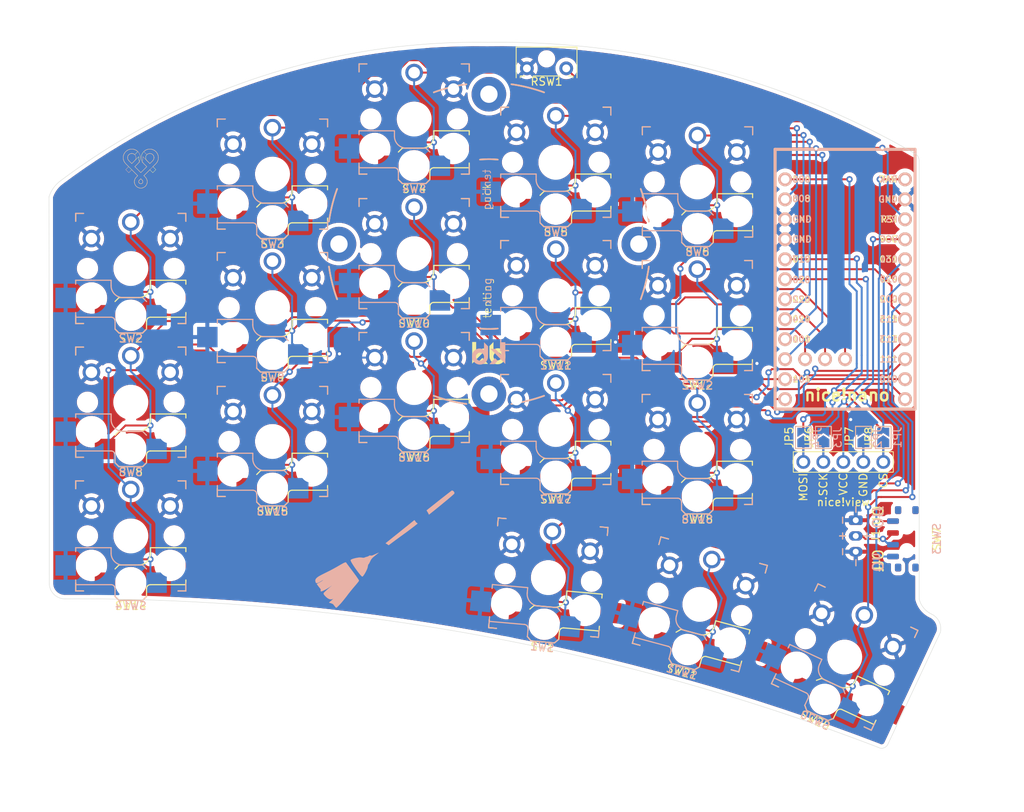
<source format=kicad_pcb>
(kicad_pcb (version 20221018) (generator pcbnew)
  (layers (0 "F.Cu" signal) (31 "B.Cu" signal) (34 "B.Paste" user) (35 "F.Paste" user) (36 "B.SilkS" user "B.Silkscreen") (37 "F.SilkS" user "F.Silkscreen") (38 "B.Mask" user) (39 "F.Mask" user) (44 "Edge.Cuts" user))
  (net 0 "")
  (net 1 "gnd")
  (net 2 "vcc")
  (net 3 "Switch18")
  (net 4 "reset")
  (net 5 "Switch1")
  (net 6 "Switch2")
  (net 7 "Switch3")
  (net 8 "Switch4")
  (net 9 "Switch5")
  (net 10 "Switch6")
  (net 11 "Switch7")
  (net 12 "Switch8")
  (net 13 "Switch9")
  (net 14 "Switch10")
  (net 15 "Switch11")
  (net 16 "Switch12")
  (net 17 "Switch13")
  (net 18 "Switch14")
  (net 19 "Switch15")
  (net 20 "Switch16")
  (net 21 "Switch17")
  (net 22 "raw")
  (net 23 "mosi")
  (net 24 "sck")
  (net 25 "nv_cs")
  (net 26 "Net-(J1-Pad2)")
  (net 29 "Net-(Display1-Pad1)")
  (net 30 "Net-(Display1-Pad2)")
  (net 31 "Net-(Display1-Pad4)")
  (net 32 "Net-(Display1-Pad5)")
  (footprint "Keebio-Parts:SW_Tactile_SPST_Angled_MJTP1117-no-mount" (layer "F.Cu") (at 72.951865 15.867504)
    (fp_text reference "RSW1")
    (fp_text value "SW_Push")
  )
  (footprint "fingerpunch:Kailh_socket_PG1350_optional_reversible_millmax" (layer "F.Cu") (at 22.626865 41.305002 180)
    (fp_text reference "SW2")
    (fp_text value "SW_Push")
  )
  (footprint "fingerpunch:Kailh_socket_PG1350_optional_reversible_millmax" (layer "F.Cu") (at 40.626867 29.305002 180)
    (fp_text reference "SW3")
    (fp_text value "SW_Push")
  )
  (footprint "fingerpunch:Kailh_socket_PG1350_optional_reversible_millmax" (layer "F.Cu") (at 58.626864 22.305002 180)
    (fp_text reference "SW4")
    (fp_text value "SW_Push")
  )
  (footprint "fingerpunch:Kailh_socket_PG1350_optional_reversible_millmax" (layer "F.Cu") (at 76.626865 27.805003 180)
    (fp_text reference "SW5")
    (fp_text value "SW_Push")
  )
  (footprint "fingerpunch:Kailh_socket_PG1350_optional_reversible_millmax" (layer "F.Cu") (at 94.626863 30.305002 180)
    (fp_text reference "SW6")
    (fp_text value "SW_Push")
  )
  (footprint "fingerpunch:Kailh_socket_PG1350_optional_reversible_millmax" (layer "F.Cu") (at 22.626865 58.305002 180)
    (fp_text reference "SW8")
    (fp_text value "SW_Push")
  )
  (footprint "fingerpunch:Kailh_socket_PG1350_optional_reversible_millmax" (layer "F.Cu") (at 40.626867 46.279002 180)
    (fp_text reference "SW9")
    (fp_text value "SW_Push")
  )
  (footprint "fingerpunch:Kailh_socket_PG1350_optional_reversible_millmax" (layer "F.Cu") (at 58.626866 39.421002 180)
    (fp_text reference "SW10")
    (fp_text value "SW_Push")
  )
  (footprint "fingerpunch:Kailh_socket_PG1350_optional_reversible_millmax" (layer "F.Cu") (at 76.626867 44.755005 180)
    (fp_text reference "SW11")
    (fp_text value "SW_Push")
  )
  (footprint "fingerpunch:Kailh_socket_PG1350_optional_reversible_millmax" (layer "F.Cu") (at 94.606865 47.295002 180)
    (fp_text reference "SW12")
    (fp_text value "SW_Push")
  )
  (footprint "fingerpunch:Kailh_socket_PG1350_optional_reversible_millmax" (layer "F.Cu") (at 22.626865 75.304999 180)
    (fp_text reference "SW14")
    (fp_text value "SW_Push")
  )
  (footprint "fingerpunch:Kailh_socket_PG1350_optional_reversible_millmax" (layer "F.Cu") (at 40.626864 63.297001 180)
    (fp_text reference "SW15")
    (fp_text value "SW_Push")
  )
  (footprint "fingerpunch:Kailh_socket_PG1350_optional_reversible_millmax" (layer "F.Cu") (at 58.626863 56.439003 180)
    (fp_text reference "SW16")
    (fp_text value "SW_Push")
  )
  (footprint "fingerpunch:Kailh_socket_PG1350_optional_reversible_millmax" (layer "F.Cu") (at 76.626865 61.773005 180)
    (fp_text reference "SW17")
    (fp_text value "SW_Push")
  )
  (footprint "fingerpunch:Kailh_socket_PG1350_optional_reversible_millmax" (layer "F.Cu") (at 94.600519 64.313002 180)
    (fp_text reference "SW18")
    (fp_text value "SW_Push")
  )
  (footprint "fingerpunch:Kailh_socket_PG1350_optional_reversible_millmax" (layer "F.Cu") (at 113.326867 90.705 155)
    (fp_text reference "SW20")
    (fp_text value "SW_Push")
  )
  (footprint "fingerpunch:Kailh_socket_PG1350_optional_reversible_millmax" (layer "F.Cu") (at 94.926863 84.005003 165)
    (fp_text reference "SW21")
    (fp_text value "SW_Push")
  )
  (footprint "kbd:Tenting_Puck2" (layer "F.Cu") (at 68.126866 38.205003)
    (fp_text reference "REF**")
    (fp_text value "Tenting Puck")
  )
  (footprint "fingerpunch:nice_nano" (layer "F.Cu") (at 113.376864 43.941752 -90)
    (fp_text reference "U1" hide)
    (fp_text value "nice_nano" hide)
  )
  (footprint "fingerpunch:fingerpunch-logo-small" (layer "F.Cu") (at 23.9 28.41)
    (fp_text reference "REF**")
    (fp_text value "fingerpunch-logo-small")
  )
  (footprint "fingerpunch:MSK-12C02" (layer "F.Cu") (at 121.223065 75.682291 -90)
    (fp_text reference "SW7")
    (fp_text value "SW_DPDT")
  )
  (footprint "Jumper:SolderJumper-2_P1.3mm_Open_TrianglePad1.0x1.5mm" (layer "F.Cu") (at 115.71 62.785 90)
    (fp_text reference "JP7")
    (fp_text value "Jumper_2_Open")
  )
  (footprint "Jumper:SolderJumper-2_P1.3mm_Open_TrianglePad1.0x1.5mm" (layer "F.Cu") (at 110.62 62.79 90)
    (fp_text reference "JP6")
    (fp_text value "Jumper_2_Open")
  )
  (footprint "copper_pads:ferris" (layer "F.Cu") (at 54.556363 78.504107 -7)
    (fp_text reference "G***" hide)
    (fp_text value "LOGO" hide)
  )
  (footprint "fingerpunch:Kailh_socket_PG1350_optional_reversible_millmax" (layer "F.Cu") (at 75.676864 80.605 175)
    (fp_text reference "SW1")
    (fp_text value "SW_Push")
  )
  (footprint "fingerpunch:JST_PH_S3B-PH-K-keyboard" (layer "F.Cu") (at 114.733066 73.312291 -90)
    (fp_text reference "J1")
    (fp_text value "JST-BATTERY")
  )
  (footprint "Jumper:SolderJumper-2_P1.3mm_Open_TrianglePad1.0x1.5mm" (layer "F.Cu") (at 108.07 62.79 90)
    (fp_text reference "JP5")
    (fp_text value "Jumper_2_Open")
  )
  (footprint "Jumper:SolderJumper-2_P1.3mm_Open_TrianglePad1.0x1.5mm" (layer "F.Cu") (at 118.23 62.79 90)
    (fp_text reference "JP8")
    (fp_text value "Jumper_2_Open")
  )
  (footprint "fingerpunch:nice_view" (layer "F.Cu") (at 113.153066 49.422292)
    (fp_text reference "Display1")
    (fp_text value "nice!view")
  )
  (footprint "copper_pads:ferris_sweep" (layer "B.Cu") (at 56.02707 76.788282 173)
    (fp_text reference "G***" hide)
    (fp_text value "LOGO" hide)
  )
  (footprint "Jumper:SolderJumper-2_P1.3mm_Open_TrianglePad1.0x1.5mm" (layer "B.Cu") (at 115.71 62.79 90)
    (fp_text reference "JP2")
    (fp_text value "Jumper_2_Open")
  )
  (footprint "Jumper:SolderJumper-2_P1.3mm_Open_TrianglePad1.0x1.5mm" (layer "B.Cu") (at 118.23 62.79 90)
    (fp_text reference "JP1")
    (fp_text value "Jumper_2_Open")
  )
  (footprint "Jumper:SolderJumper-2_P1.3mm_Open_TrianglePad1.0x1.5mm" (layer "B.Cu") (at 108.07 62.79 90)
    (fp_text reference "JP4")
    (fp_text value "Jumper_2_Open")
  )
  (footprint "fingerpunch:MSK-12C02" (layer "B.Cu") (at 121.223066 75.672292 90)
    (fp_text reference "SW13")
    (fp_text value "SW_DPDT")
  )
  (footprint "Jumper:SolderJumper-2_P1.3mm_Open_TrianglePad1.0x1.5mm" (layer "B.Cu") (at 110.62 62.79 90)
    (fp_text reference "JP3")
    (fp_text value "Jumper_2_Open")
  )
  (footprint "fingerpunch:fingerpunch-logo-small" (layer "B.Cu") (at 23.9 28.41 180)
    (fp_text reference "REF**")
    (fp_text value "fingerpunch-logo-small")
  )
  (gr_line (start 12.236918 32.201707) (end 12.277117 81.470026) (stroke (width 0.05)) (layer "Edge.Cuts"))
  (gr_arc (start 122.426865 26.805003) (mid 122.69678 27.166844) (end 122.788866 27.608776) (stroke (width 0.05)) (layer "Edge.Cuts"))
  (gr_arc (start 12.236918 32.201707) (mid 12.793791 31.083887) (end 13.66386 30.188003) (stroke (width 0.05)) (layer "Edge.Cuts"))
  (gr_arc (start 67.926867 12.562511) (mid 96.148266 15.966621) (end 122.426865 26.805003) (stroke (width 0.05)) (layer "Edge.Cuts"))
  (gr_arc (start 14.314865 83.306125) (mid 66.82892 87.930658) (end 117.582657 102.184444) (stroke (width 0.05)) (layer "Edge.Cuts"))
  (gr_arc (start 14.314865 83.306125) (mid 12.927435 82.797108) (end 12.277117 81.470026) (stroke (width 0.05)) (layer "Edge.Cuts"))
  (gr_line (start 122.788866 27.608776) (end 122.788865 83.305002) (stroke (width 0.05)) (layer "Edge.Cuts"))
  (gr_arc (start 13.66386 30.188003) (mid 39.328422 16.859032) (end 67.926867 12.562511) (stroke (width 0.05)) (layer "Edge.Cuts"))
  (gr_arc (start 118.789484 101.850237) (mid 118.256353 102.271132) (end 117.582657 102.184444) (stroke (width 0.05)) (layer "Edge.Cuts"))
  (gr_line (start 125.47988 87.577163) (end 118.789484 101.850237) (stroke (width 0.05)) (layer "Edge.Cuts"))
  (gr_arc (start 124.32988 85.227164) (mid 123.343266 84.439338) (end 122.788865 83.305002) (stroke (width 0.05)) (layer "Edge.Cuts"))
  (gr_arc (start 124.32988 85.227164) (mid 125.328418 86.1949) (end 125.47988 87.577163) (stroke (width 0.05)) (layer "Edge.Cuts"))
  (segment (start 114.09 60.51) (end 112.175 60.51) (width 0.25) (layer "F.Cu") (net 1))
  (segment (start 112.175 60.51) (end 110.62 62.065) (width 0.25) (layer "F.Cu") (net 1))
  (segment (start 102.881865 52.678135) (end 102.881865 51.045002) (width 0.25) (layer "F.Cu") (net 1))
  (segment (start 84.21 50.67) (end 84.21 49.196872) (width 0.25) (layer "F.Cu") (net 1))
  (segment (start 49.14 52.16) (end 49.14 50.267135) (width 0.25) (layer "F.Cu") (net 1))
  (segment (start 102.18 53.38) (end 102.881865 52.678135) (width 0.25) (layer "F.Cu") (net 1))
  (segment (start 84.21 49.196872) (end 84.901867 48.505005) (width 0.25) (layer "F.Cu") (net 1))
  (segment (start 49.14 50.267135) (end 48.901867 50.029002) (width 0.25) (layer "F.Cu") (net 1))
  (via (at 49.14 52.16) (size 0.8) (drill 0.4) (layers "F.Cu" "B.Cu") (net 1))
  (via (at 114.09 60.51) (size 0.8) (drill 0.4) (layers "F.Cu" "B.Cu") (net 1))
  (via (at 102.18 53.38) (size 0.8) (drill 0.4) (layers "F.Cu" "B.Cu") (net 1))
  (via (at 84.21 50.67) (size 0.8) (drill 0.4) (layers "F.Cu" "B.Cu") (net 1))
  (segment (start 102.19 53.37) (end 102.18 53.38) (width 0.25) (layer "B.Cu") (net 1))
  (segment (start 102.19 46.078137) (end 102.19 51.94) (width 0.25) (layer "B.Cu") (net 1))
  (segment (start 115.645 62.065) (end 114.09 60.51) (width 0.25) (layer "B.Cu") (net 1))
  (segment (start 114.397709 73.312291) (end 114.733066 73.312291) (width 0.25) (layer "B.Cu") (net 1))
  (segment (start 49.619003 52.639003) (end 49.14 52.16) (width 0.25) (layer "B.Cu") (net 1))
  (segment (start 115.71 62.065) (end 115.645 62.065) (width 0.25) (layer "B.Cu") (net 1))
  (segment (start 84.585002 51.045002) (end 84.21 50.67) (width 0.25) (layer "B.Cu") (net 1))
  (segment (start 86.331865 51.045002) (end 84.585002 51.045002) (width 0.25) (layer "B.Cu") (net 1))
  (segment (start 99.606865 43.495002) (end 102.19 46.078137) (width 0.25) (layer "B.Cu") (net 1))
  (segment (start 53.626863 52.639003) (end 49.619003 52.639003) (width 0.25) (layer "B.Cu") (net 1))
  (segment (start 114.733066 77.312291) (end 114.042291 77.312291) (width 0.25) (layer "B.Cu") (net 1))
  (segment (start 102.19 51.94) (end 102.19 53.37) (width 0.25) (layer "B.Cu") (net 1))
  (segment (start 116.931752 37.591752) (end 120.996864 37.591752) (width 0.25) (layer "F.Cu") (net 2))
  (via (at 116.931752 37.591752) (size 0.8) (drill 0.4) (layers "F.Cu" "B.Cu") (net 2))
  (segment (start 113.153066 65.902292) (end 113.153066 59.476934) (width 0.25) (layer "B.Cu") (net 2))
  (segment (start 116.931752 55.698248) (end 116.931752 37.591752) (width 0.25) (layer "B.Cu") (net 2))
  (segment (start 113.153066 59.476934) (end 116.931752 55.698248) (width 0.25) (layer "B.Cu") (net 2))
  (segment (start 112.272928 71.062061) (end 106.162929 77.172061) (width 0.25) (layer "F.Cu") (net 3))
  (segment (start 77.953302 73.256924) (end 77.340638 73.77101) (width 0.25) (layer "F.Cu") (net 3))
  (segment (start 71.887733 86.231764) (end 71.920983 85.851706) (width 0.25) (layer "F.Cu") (net 3))
  (segment (start 77.340638 73.77101) (end 77.331842 73.77024) (width 0.25) (layer "F.Cu") (net 3))
  (segment (start 114.262928 71.06206) (end 112.272928 71.062061) (width 0.25) (layer "F.Cu") (net 3))
  (segment (start 106.162929 77.172061) (end 98.602928 77.17206) (width 0.25) (layer "F.Cu") (net 3))
  (segment (start 71.920983 85.851706) (end 74.738996 83.487112) (width 0.25) (layer "F.Cu") (net 3))
  (segment (start 116.092928 69.23206) (end 114.262928 71.06206) (width 0.25) (layer "F.Cu") (net 3))
  (segment (start 98.602928 77.17206) (end 86.918776 74.041301) (width 0.25) (layer "F.Cu") (net 3))
  (segment (start 116.692929 68.63206) (end 116.092928 69.23206) (width 0.25) (layer "F.Cu") (net 3))
  (segment (start 120.082928 68.63206) (end 116.692929 68.63206) (width 0.25) (layer "F.Cu") (net 3))
  (segment (start 77.331842 73.77024) (end 76.191083 74.727451) (width 0.25) (layer "F.Cu") (net 3))
  (segment (start 86.918776 74.041301) (end 77.953302 73.256924) (width 0.25) (layer "F.Cu") (net 3))
  (segment (start 74.738996 83.487112) (end 77.896934 83.763396) (width 0.25) (layer "F.Cu") (net 3))
  (via (at 77.896934 83.763396) (size 0.8) (drill 0.4) (layers "F.Cu" "B.Cu") (net 3))
  (via (at 120.082928 68.63206) (size 0.8) (drill 0.4) (layers "F.Cu" "B.Cu") (net 3))
  (segment (start 120.996864 40.131752) (end 118.29 42.838616) (width 0.25) (layer "B.Cu") (net 3))
  (segment (start 118.29 58.73) (end 120.81 61.25) (width 0.25) (layer "B.Cu") (net 3))
  (segment (start 120.81 67.904988) (end 120.082928 68.63206) (width 0.25) (layer "B.Cu") (net 3))
  (segment (start 76.011275 76.675878) (end 76.183065 74.712292) (width 0.25) (layer "B.Cu") (net 3))
  (segment (start 77.896934 83.763396) (end 78.280419 79.38014) (width 0.25) (layer "B.Cu") (net 3))
  (segment (start 118.29 42.838616) (end 118.29 58.73) (width 0.25) (layer "B.Cu") (net 3))
  (segment (start 78.280419 79.38014) (end 76.011275 76.675878) (width 0.25) (layer "B.Cu") (net 3))
  (segment (start 120.81 61.25) (end 120.81 67.904988) (width 0.25) (layer "B.Cu") (net 3))
  (segment (start 78.412808 86.802634) (end 78.466314 86.191057) (width 0.25) (layer "B.Cu") (net 3))
  (segment (start 78.466314 86.191057) (end 77.758356 85.347347) (width 0.25) (layer "B.Cu") (net 3))
  (segment (start 77.758356 85.347347) (end 77.896934 83.763396) (width 0.25) (layer "B.Cu") (net 3))
  (segment (start 77.951864 15.867505) (end 80.84642 18.76206) (width 0.25) (layer "F.Cu") (net 4))
  (segment (start 118.113067 25.972291) (end 111.173159 25.972291) (width 0.25) (layer "F.Cu") (net 4))
  (segment (start 104.122928 22.59206) (end 100.292929 18.76206) (width 0.25) (layer "F.Cu") (net 4))
  (segment (start 111.173159 25.972291) (end 107.792928 22.59206) (width 0.25) (layer "F.Cu") (net 4))
  (segment (start 107.792928 22.59206) (end 104.122928 22.59206) (width 0.25) (layer "F.Cu") (net 4))
  (segment (start 80.84642 18.76206) (end 100.292929 18.76206) (width 0.25) (layer "F.Cu") (net 4))
  (via (at 118.113067 25.972291) (size 0.8) (drill 0.4) (layers "F.Cu" "B.Cu") (net 4))
  (segment (start 120.996864 35.051752) (end 118.8 32.854888) (width 0.25) (layer "B.Cu") (net 4))
  (segment (start 118.8 26.659224) (end 118.113067 25.972291) (width 0.25) (layer "B.Cu") (net 4))
  (segment (start 118.8 32.854888) (end 118.8 26.659224) (width 0.25) (layer "B.Cu") (net 4))
  (segment (start 59.642928 14.02206) (end 57.642929 14.02206) (width 0.25) (layer "F.Cu") (net 5))
  (segment (start 78.222929 18.60206) (end 73.352929 18.60206) (width 0.25) (layer "F.Cu") (net 5))
  (segment (start 79.172928 19.552061) (end 78.222929 18.60206) (width 0.25) (layer "F.Cu") (net 5))
  (segment (start 69.642928 14.89206) (end 60.512927 14.89206) (width 0.25) (layer "F.Cu") (net 5))
  (segment (start 57.642929 14.02206) (end 55.562929 16.10206) (width 0.25) (layer "F.Cu") (net 5))
  (segment (start 21.949267 44.27958) (end 25.119267 44.27958) (width 0.25) (layer "F.Cu") (net 5))
  (segment (start 73.352929 18.60206) (end 69.642928 14.89206) (width 0.25) (layer "F.Cu") (net 5))
  (segment (start 99.762929 19.552061) (end 79.172928 19.552061) (width 0.25) (layer "F.Cu") (net 5))
  (segment (start 60.512927 14.89206) (end 59.642928 14.02206) (width 0.25) (layer "F.Cu") (net 5))
  (segment (start 52.552928 16.102061) (end 46.852928 21.80206) (width 0.25) (layer "F.Cu") (net 5))
  (segment (start 103.692929 23.482059) (end 99.762929 19.552061) (width 0.25) (layer "F.Cu") (net 5))
  (segment (start 107.252928 23.48206) (end 103.692929 23.482059) (width 0.25) (layer "F.Cu") (net 5))
  (segment (start 55.562929 16.10206) (end 52.552928 16.102061) (width 0.25) (layer "F.Cu") (net 5))
  (segment (start 33.069808 24.96206) (end 22.626866 35.405002) (width 0.25) (layer "F.Cu") (net 5))
  (segment (start 33.812929 24.96206) (end 33.069808 24.96206) (width 0.25) (layer "F.Cu") (net 5))
  (segment (start 46.852928 21.80206) (end 36.972928 21.80206) (width 0.25) (layer "F.Cu") (net 5))
  (segment (start 19.348066 47.262291) (end 19.348067 46.880784) (width 0.25) (layer "F.Cu") (net 5))
  (segment (start 19.348067 46.880784) (end 21.949267 44.27958) (width 0.25) (layer "F.Cu") (net 5))
  (segment (start 36.972928 21.80206) (end 33.812929 24.96206) (width 0.25) (layer "F.Cu") (net 5))
  (via (at 107.252928 23.48206) (size 0.8) (drill 0.4) (layers "F.Cu" "B.Cu") (net 5))
  (via (at 25.119267 44.27958) (size 0.8) (drill 0.4) (layers "F.Cu" "B.Cu") (net 5))
  (segment (start 25.898064 46.648378) (end 25.119268 45.869581) (width 0.25) (layer "B.Cu") (net 5))
  (segment (start 25.898067 47.26229) (end 25.898064 46.648378) (width 0.25) (layer "B.Cu") (net 5))
  (segment (start 22.623066 37.38338) (end 22.623065 35.412291) (width 0.25) (layer "B.Cu") (net 5))
  (segment (start 107.252928 31.015688) (end 107.252928 30.877072) (width 0.25) (layer "B.Cu") (net 5))
  (segment (start 25.119269 39.879581) (end 22.623066 37.38338) (width 0.25) (layer "B.Cu") (net 5))
  (segment (start 25.119268 45.869581) (end 25.119267 44.27958) (width 0.25) (layer "B.Cu") (net 5))
  (segment (start 105.756864 32.511752) (end 107.252928 31.015688) (width 0.25) (layer "B.Cu") (net 5))
  (segment (start 25.119267 44.27958) (end 25.119269 39.879581) (width 0.25) (layer "B.Cu") (net 5))
  (segment (start 107.252928 30.877072) (end 107.252928 23.48206) (width 0.25) (layer "B.Cu") (net 5))
  (segment (start 55.952928 16.81206) (end 53.102929 16.81206) (width 0.25) (layer "F.Cu") (net 6))
  (segment (start 77.762928 19.38206) (end 73.252929 19.38206) (width 0.25) (layer "F.Cu") (net 6))
  (segment (start 53.102929 16.81206) (end 46.509986 23.405001) (width 0.25) (layer "F.Cu") (net 6))
  (segment (start 59.282928 14.832061) (end 57.932929 14.83206) (width 0.25) (layer "F.Cu") (net 6))
  (segment (start 57.932929 14.83206) (end 55.952928 16.81206) (width 0.25) (layer "F.Cu") (net 6))
  (segment (start 37.348067 35.252291) (end 37.348067 34.870783) (width 0.25) (layer "F.Cu") (net 6))
  (segment (start 37.348067 34.870783) (end 39.949267 32.269579) (width 0.25) (layer "F.Cu") (net 6))
  (segment (start 103.322928 24.36206) (end 99.242928 20.282059) (width 0.25) (layer "F.Cu") (net 6))
  (segment (start 69.562928 15.69206) (end 60.142928 15.692059) (width 0.25) (layer "F.Cu") (net 6))
  (segment (start 73.252929 19.38206) (end 69.562928 15.69206) (width 0.25) (layer "F.Cu") (net 6))
  (segment (start 99.242928 20.282059) (end 78.662928 20.28206) (width 0.25) (layer "F.Cu") (net 6))
  (segment (start 78.662928 20.28206) (end 77.762928 19.38206) (width 0.25) (layer "F.Cu") (net 6))
  (segment (start 46.509986 23.405001) (end 40.626867 23.405003) (width 0.25) (layer "F.Cu") (net 6))
  (segment (start 108.092929 24.36206) (end 103.322928 24.36206) (width 0.25) (layer "F.Cu") (net 6))
  (segment (start 60.142928 15.692059) (end 59.282928 14.832061) (width 0.25) (layer "F.Cu") (net 6))
  (segment (start 39.949267 32.269579) (end 43.119268 32.269579) (width 0.25) (layer "F.Cu") (net 6))
  (via (at 43.119268 32.269579) (size 0.8) (drill 0.4) (layers "F.Cu" "B.Cu") (net 6))
  (via (at 108.092929 24.36206) (size 0.8) (drill 0.4) (layers "F.Cu" "B.Cu") (net 6))
  (segment (start 43.898065 35.25229) (end 43.898067 34.638379) (width 0.25) (layer "B.Cu") (net 6))
  (segment (start 43.898067 34.638379) (end 43.119269 33.859582) (width 0.25) (layer "B.Cu") (net 6))
  (segment (start 43.119268 32.269579) (end 43.119269 27.869581) (width 0.25) (layer "B.Cu") (net 6))
  (segment (start 105.756864 45.211752) (end 108.092928 42.875688) (width 0.25) (layer "B.Cu") (net 6))
  (segment (start 43.119269 27.869581) (end 40.623065 25.37338) (width 0.25) (layer "B.Cu") (net 6))
  (segment (start 40.623065 25.37338) (end 40.623066 23.402292) (width 0.25) (layer "B.Cu") (net 6))
  (segment (start 43.119269 33.859582) (end 43.119268 32.269579) (width 0.25) (layer "B.Cu") (net 6))
  (segment (start 108.092928 42.875688) (end 108.092929 24.36206) (width 0.25) (layer "B.Cu") (net 6))
  (segment (start 102.982929 25.20206) (end 98.862929 21.08206) (width 0.25) (layer "F.Cu") (net 7))
  (segment (start 77.272928 20.22206) (end 73.252928 20.22206) (width 0.25) (layer "F.Cu") (net 7))
  (segment (start 55.351864 28.255002) (end 55.351864 27.873493) (width 0.25) (layer "F.Cu") (net 7))
  (segment (start 108.882928 25.202061) (end 102.982929 25.20206) (width 0.25) (layer "F.Cu") (net 7))
  (segment (start 69.43587 16.405002) (end 58.626865 16.405003) (width 0.25) (layer "F.Cu") (net 7))
  (segment (start 57.953067 25.272291) (end 61.123066 25.272293) (width 0.25) (layer "F.Cu") (net 7))
  (segment (start 55.351864 27.873493) (end 57.953067 25.272291) (width 0.25) (layer "F.Cu") (net 7))
  (segment (start 73.252928 20.22206) (end 69.43587 16.405002) (width 0.25) (layer "F.Cu") (net 7))
  (segment (start 78.132928 21.08206) (end 77.272928 20.22206) (width 0.25) (layer "F.Cu") (net 7))
  (segment (start 98.862929 21.08206) (end 78.132928 21.08206) (width 0.25) (layer "F.Cu") (net 7))
  (via (at 61.123066 25.272293) (size 0.8) (drill 0.4) (layers "F.Cu" "B.Cu") (net 7))
  (via (at 108.882928 25.202061) (size 0.8) (drill 0.4) (layers "F.Cu" "B.Cu") (net 7))
  (segment (start 61.901864 27.641087) (end 61.123066 26.862292) (width 0.25) (layer "B.Cu") (net 7))
  (segment (start 61.123067 20.872291) (end 58.626864 18.37609) (width 0.25) (layer "B.Cu") (net 7))
  (segment (start 61.901865 28.255002) (end 61.901864 27.641087) (width 0.25) (layer "B.Cu") (net 7))
  (segment (start 105.756864 47.751753) (end 108.882928 44.625689) (width 0.25) (layer "B.Cu") (net 7))
  (segment (start 61.123066 25.272293) (end 61.123067 20.872291) (width 0.25) (layer "B.Cu") (net 7))
  (segment (start 61.123066 26.862292) (end 61.123066 25.272293) (width 0.25) (layer "B.Cu") (net 7))
  (segment (start 58.626864 18.37609) (end 58.626864 16.405002) (width 0.25) (layer "B.Cu") (net 7))
  (segment (start 108.882928 44.625689) (end 108.882928 25.202061) (width 0.25) (layer "B.Cu") (net 7))
  (segment (start 98.525871 21.905003) (end 76.626865 21.905003) (width 0.25) (layer "F.Cu") (net 8))
  (segment (start 75.948278 30.768057) (end 79.118278 30.768056) (width 0.25) (layer "F.Cu") (net 8))
  (segment (start 73.347077 33.369259) (end 75.948278 30.768057) (width 0.25) (layer "F.Cu") (net 8))
  (segment (start 102.662928 26.042061) (end 98.525871 21.905003) (width 0.25) (layer "F.Cu") (net 8))
  (segment (start 73.347077 33.75077) (end 73.347077 33.369259) (width 0.25) (layer "F.Cu") (net 8))
  (segment (start 109.692929 26.04206) (end 102.662928 26.042061) (width 0.25) (layer "F.Cu") (net 8))
  (via (at 79.118278 30.768056) (size 0.8) (drill 0.4) (layers "F.Cu" "B.Cu") (net 8))
  (via (at 109.692929 26.04206) (size 0.8) (drill 0.4) (layers "F.Cu" "B.Cu") (net 8))
  (segment (start 79.118279 26.368057) (end 76.622078 23.871856) (width 0.25) (layer "B.Cu") (net 8))
  (segment (start 109.692928 46.355688) (end 109.692929 26.04206) (width 0.25) (layer "B.Cu") (net 8))
  (segment (start 105.756864 50.291752) (end 109.692928 46.355688) (width 0.25) (layer "B.Cu") (net 8))
  (segment (start 79.897077 33.750768) (end 79.897076 33.136856) (width 0.25) (layer "B.Cu") (net 8))
  (segment (start 79.897076 33.136856) (end 79.118279 32.358056) (width 0.25) (layer "B.Cu") (net 8))
  (segment (start 79.118278 30.768056) (end 79.118279 26.368057) (width 0.25) (layer "B.Cu") (net 8))
  (segment (start 79.118279 32.358056) (end 79.118278 30.768056) (width 0.25) (layer "B.Cu") (net 8))
  (segment (start 76.622078 23.871856) (end 76.622078 21.900768) (width 0.25) (layer "B.Cu") (net 8))
  (segment (start 91.347215 36.25142) (end 91.347215 35.869911) (width 0.25) (layer "F.Cu") (net 9))
  (segment (start 99.96587 24.405002) (end 94.626864 24.405002) (width 0.25) (layer "F.Cu") (net 9))
  (segment (start 102.442928 26.882061) (end 99.96587 24.405002) (width 0.25) (layer "F.Cu") (net 9))
  (segment (start 110.482928 26.88206) (end 102.442928 26.882061) (width 0.25) (layer "F.Cu") (net 9))
  (segment (start 93.948416 33.268708) (end 97.118416 33.268709) (width 0.25) (layer "F.Cu") (net 9))
  (segment (start 91.347215 35.869911) (end 93.948416 33.268708) (width 0.25) (layer "F.Cu") (net 9))
  (via (at 97.118416 33.268709) (size 0.8) (drill 0.4) (layers "F.Cu" "B.Cu") (net 9))
  (via (at 110.482928 26.88206) (size 0.8) (drill 0.4) (layers "F.Cu" "B.Cu") (net 9))
  (segment (start 97.118416 33.268709) (end 97.118418 28.868709) (width 0.25) (layer "B.Cu") (net 9))
  (segment (start 97.897216 35.637507) (end 97.118417 34.85871) (width 0.25) (layer "B.Cu") (net 9))
  (segment (start 97.897215 36.251421) (end 97.897216 35.637507) (width 0.25) (layer "B.Cu") (net 9))
  (segment (start 94.622215 26.372507) (end 94.622215 24.40142) (width 0.25) (layer "B.Cu") (net 9))
  (segment (start 97.118417 34.85871) (end 97.118416 33.268709) (width 0.25) (layer "B.Cu") (net 9))
  (segment (start 97.118418 28.868709) (end 94.622215 26.372507) (width 0.25) (layer "B.Cu") (net 9))
  (segment (start 105.756864 52.831753) (end 110.482929 48.105688) (width 0.25) (layer "B.Cu") (net 9))
  (segment (start 110.482929 48.105688) (end 110.482928 26.88206) (width 0.25) (layer "B.Cu") (net 9))
  (segment (start 42.032928 48.56206) (end 37.722928 48.56206) (width 0.25) (layer "F.Cu") (net 10))
  (segment (start 37.152929 47.99206) (end 27.122928 47.992061) (width 0.25) (layer "F.Cu") (net 10))
  (segment (start 19.348066 63.870783) (end 21.949268 61.26958) (width 0.25) (layer "F.Cu") (net 10))
  (segment (start 37.722928 48.56206) (end 37.152929 47.99206) (width 0.25) (layer "F.Cu") (net 10))
  (segment (start 105.756865 55.371752) (end 89.582621 55.371752) (width 0.25) (layer "F.Cu") (net 10))
  (segment (start 71.642929 52.652061) (end 66.302928 47.31206) (width 0.25) (layer "F.Cu") (net 10))
  (segment (start 19.348066 64.252291) (end 19.348066 63.870783) (width 0.25) (layer "F.Cu") (net 10))
  (segment (start 86.862928 52.65206) (end 71.642929 52.652061) (width 0.25) (layer "F.Cu") (net 10))
  (segment (start 47.270566 47.504423) (end 45.445291 47.504424) (width 0.25) (layer "F.Cu") (net 10))
  (segment (start 66.302928 47.31206) (end 47.462928 47.31206) (width 0.25) (layer "F.Cu") (net 10))
  (segment (start 22.709986 52.405002) (end 22.626865 52.405002) (width 0.25) (layer "F.Cu") (net 10))
  (segment (start 45.442928 47.50206) (end 43.092928 47.502061) (width 0.25) (layer "F.Cu") (net 10))
  (segment (start 21.949268 61.26958) (end 25.119269 61.26958) (width 0.25) (layer "F.Cu") (net 10))
  (segment (start 45.445291 47.504424) (end 45.442928 47.50206) (width 0.25) (layer "F.Cu") (net 10))
  (segment (start 43.092928 47.502061) (end 42.032928 48.56206) (width 0.25) (layer "F.Cu") (net 10))
  (segment (start 89.582621 55.371752) (end 86.862928 52.65206) (width 0.25) (layer "F.Cu") (net 10))
  (segment (start 47.462928 47.31206) (end 47.270566 47.504423) (width 0.25) (layer "F.Cu") (net 10))
  (segment (start 27.122928 47.992061) (end 22.709986 52.405002) (width 0.25) (layer "F.Cu") (net 10))
  (via (at 25.119269 61.26958) (size 0.8) (drill 0.4) (layers "F.Cu" "B.Cu") (net 10))
  (segment (start 22.623067 54.373378) (end 22.623066 52.402292) (width 0.25) (layer "B.Cu") (net 10))
  (segment (start 25.119269 62.859579) (end 25.119269 61.26958) (width 0.25) (layer "B.Cu") (net 10))
  (segment (start 25.898066 63.638379) (end 25.119269 62.859579) (width 0.25) (layer "B.Cu") (net 10))
  (segment (start 25.898065 64.25229) (end 25.898066 63.638379) (width 0.25) (layer "B.Cu") (net 10))
  (segment (start 25.119269 61.26958) (end 25.119268 56.869581) (width 0.25) (layer "B.Cu") (net 10))
  (segment (start 25.119268 56.869581) (end 22.623067 54.373378) (width 0.25) (layer "B.Cu") (net 10))
  (segment (start 44.215362 48.14206) (end 43.118851 49.23857) (width 0.25) (layer "F.Cu") (net 11))
  (segment (start 53.102928 48.69206) (end 52.622929 49.17206) (width 0.25) (layer "F.Cu") (net 11))
  (segment (start 37.34765 51.839773) (end 39.948851 49.238571) (width 0.25) (layer "F.Cu") (net 11))
  (segment (start 47.692929 47.93206) (end 47.482928 48.142061) (width 0.25) (layer "F.Cu") (net 11))
  (segment (start 50.302929 47.93206) (end 47.692929 47.93206) (width 0.25) (layer "F.Cu") (net 11))
  (segment (start 103.77262 57.911752) (end 102.422928 56.56206) (width 0.25) (layer "F.Cu") (net 11))
  (segment (start 51.542929 49.172061) (end 50.302929 47.93206) (width 0.25) (layer "F.Cu") (net 11))
  (segment (start 39.948851 49.238571) (end 43.118851 49.23857) (width 0.25) (layer "F.Cu") (net 11))
  (segment (start 47.482928 48.142061) (end 44.215362 48.14206) (width 0.25) (layer "F.Cu") (net 11))
  (segment (start 52.622929 49.17206) (end 51.542929 49.172061) (width 0.25) (layer "F.Cu") (net 11))
  (segment (start 102.422928 56.56206) (end 89.002929 56.56206) (width 0.25) (layer "F.Cu") (net 11))
  (segment (start 86.392928 53.952061) (end 70.942928 53.95206) (width 0.25) (layer "F.Cu") (net 11))
  (segment (start 65.682929 48.69206) (end 53.102928 48.69206) (width 0.25) (layer "F.Cu") (net 11))
  (segment (start 89.002929 56.56206) (end 86.392928 53.952061) (width 0.25) (layer "F.Cu") (net 11))
  (segment (start 70.942928 53.95206) (end 65.682929 48.69206) (width 0.25) (layer "F.Cu") (net 11))
  (segment (start 37.347651 52.221282) (end 37.34765 51.839773) (width 0.25) (layer "F.Cu") (net 11))
  (segment (start 105.756864 57.911752) (end 103.77262 57.911752) (width 0.25) (layer "F.Cu") (net 11))
  (via (at 43.118851 49.23857) (size 0.8) (drill 0.4) (layers "F.Cu" "B.Cu") (net 11))
  (segment (start 43.897649 51.60737) (end 43.118851 50.828571) (width 0.25) (layer "B.Cu") (net 11))
  (segment (start 43.118852 44.838571) (end 40.62265 42.34237) (width 0.25) (layer "B.Cu") (net 11))
  (segment (start 40.62265 42.34237) (end 40.62265 40.371282) (width 0.25) (layer "B.Cu") (net 11))
  (segment (start 43.118851 49.23857) (end 43.118852 44.838571) (width 0.25) (layer "B.Cu") (net 11))
  (segment (start 43.89765 52.221283) (end 43.897649 51.60737) (width 0.25) (layer "B.Cu") (net 11))
  (segment (start 43.118851 50.828571) (end 43.118851 49.23857) (width 0.25) (layer "B.Cu") (net 11))
  (segment (start 74.412928 47.00206) (end 73.692929 46.28206) (width 0.25) (layer "F.Cu") (net 12))
  (segment (start 96.232928 49.56206) (end 91.612929 49.56206) (width 0.25) (layer "F.Cu") (net 12))
  (segment (start 108.296864 52.831751) (end 108.296864 50.405997) (width 0.25) (layer "F.Cu") (net 12))
  (segment (start 88.652929 48.90206) (end 86.142929 46.39206) (width 0.25) (layer "F.Cu") (net 12))
  (segment (start 91.612929 49.56206) (end 90.952928 48.90206) (width 0.25) (layer "F.Cu") (net 12))
  (segment (start 90.952928 48.90206) (end 88.652929 48.90206) (width 0.25) (layer "F.Cu") (net 12))
  (segment (start 78.152929 47.00206) (end 74.412928 47.00206) (width 0.25) (layer "F.Cu") (net 12))
  (segment (start 73.692929 46.28206) (end 63.512929 46.28206) (width 0.25) (layer "F.Cu") (net 12))
  (segment (start 63.512929 46.28206) (end 61.119267 43.888399) (width 0.25) (layer "F.Cu") (net 12))
  (segment (start 55.348066 44.990782) (end 57.949268 42.38958) (width 0.25) (layer "F.Cu") (net 12))
  (segment (start 108.296864 50.405997) (end 106.902929 49.01206) (width 0.25) (layer "F.Cu") (net 12))
  (segment (start 55.348065 45.372292) (end 55.348066 44.990782) (width 0.25) (layer "F.Cu") (net 12))
  (segment (start 61.119267 43.888399) (end 61.119268 42.38958) (width 0.25) (layer "F.Cu") (net 12))
  (segment (start 78.762928 46.39206) (end 78.152929 47.00206) (width 0.25) (layer "F.Cu") (net 12))
  (segment (start 106.902929 49.01206) (end 96.782929 49.01206) (width 0.25) (layer "F.Cu") (net 12))
  (segment (start 57.949268 42.38958) (end 61.119268 42.38958) (width 0.25) (layer "F.Cu") (net 12))
  (segment (start 96.782929 49.01206) (end 96.232928 49.56206) (width 0.25) (layer "F.Cu") (net 12))
  (segment (start 86.142929 46.39206) (end 78.762928 46.39206) (width 0.25) (layer "F.Cu") (net 12))
  (via (at 61.119268 42.38958) (size 0.8) (drill 0.4) (layers "F.Cu" "B.Cu") (net 12))
  (segment (start 61.898065 44.758379) (end 61.119267 43.97958) (width 0.25) (layer "B.Cu") (net 12))
  (segment (start 58.623066 35.493378) (end 58.623066 33.522291) (width 0.25) (layer "B.Cu") (net 12))
  (segment (start 61.119268 42.38958) (end 61.119268 37.98958) (width 0.25) (layer "B.Cu") (net 12))
  (segment (start 61.119268 37.98958) (end 58.623066 35.493378) (width 0.25) (layer "B.Cu") (net 12))
  (segment (start 61.898067 45.372292) (end 61.898065 44.758379) (width 0.25) (layer "B.Cu") (net 12))
  (segment (start 61.119267 43.97958) (end 61.119268 42.38958) (width 0.25) (layer "B.Cu") (net 12))
  (segment (start 96.012928 44.98206) (end 93.052929 44.98206) (width 0.25) (layer "F.Cu") (net 13))
  (segment (start 93.052929 44.98206) (end 92.212928 45.82206) (width 0.25) (layer "F.Cu") (net 13))
  (segment (start 83.272928 43.29206) (end 81.382928 43.292061) (width 0.25) (layer "F.Cu") (net 13))
  (segment (start 80.309255 44.365734) (end 79.119254 44.365734) (width 0.25) (layer "F.Cu") (net 13))
  (segment (start 101.832929 45.87206) (end 96.902927 45.872061) (width 0.25) (layer "F.Cu") (net 13))
  (segment (start 73.348052 50.702283) (end 73.348052 50.320775) (width 0.25) (layer "F.Cu") (net 13))
  (segment (start 96.902927 45.872061) (end 96.012928 44.98206) (width 0.25) (layer "F.Cu") (net 13))
  (segment (start 102.452928 46.49206) (end 101.832929 45.87206) (width 0.25) (layer "F.Cu") (net 13))
  (segment (start 81.382928 43.292061) (end 80.309255 44.365734) (width 0.25) (layer "F.Cu") (net 13))
  (segment (start 75.949253 47.719573) (end 79.119254 47.719574) (width 0.25) (layer "F.Cu") (net 13))
  (segment (start 110.836864 52.831752) (end 110.836864 50.035996) (width 0.25) (layer "F.Cu") (net 13))
  (segment (start 92.212928 45.82206) (end 85.802928 45.822061) (width 0.25) (layer "F.Cu") (net 13))
  (segment (start 107.292928 46.49206) (end 102.452928 46.49206) (width 0.25) (layer "F.Cu") (net 13))
  (segment (start 73.348052 50.320775) (end 75.949253 47.719573) (width 0.25) (layer "F.Cu") (net 13))
  (segment (start 110.836864 50.035996) (end 107.292928 46.49206) (width 0.25) (layer "F.Cu") (net 13))
  (segment (start 85.802928 45.822061) (end 83.272928 43.29206) (width 0.25) (layer "F.Cu") (net 13))
  (via (at 79.119254 44.365734) (size 0.8) (drill 0.4) (layers "F.Cu" "B.Cu") (net 13))
  (via (at 79.119254 47.719574) (size 0.8) (drill 0.4) (layers "F.Cu" "B.Cu") (net 13))
  (segment (start 76.623051 40.82337) (end 76.623052 38.852285) (width 0.25) (layer "B.Cu") (net 13))
  (segment (start 79.898052 50.088371) (end 79.119253 49.309573) (width 0.25) (layer "B.Cu") (net 13))
  (segment (start 79.119254 47.719574) (end 79.119254 44.365734) (width 0.25) (layer "B.Cu") (net 13))
  (segment (start 79.898053 50.702286) (end 79.898052 50.088371) (width 0.25) (layer "B.Cu") (net 13))
  (segment (start 79.119253 49.309573) (end 79.119254 47.719574) (width 0.25) (layer "B.Cu") (net 13))
  (segment (start 79.119254 44.365734) (end 79.119254 43.319573) (width 0.25) (layer "B.Cu") (net 13))
  (segment (start 79.119254 43.319573) (end 76.623051 40.82337) (width 0.25) (layer "B.Cu") (net 13))
  (segment (start 107.612928 43.93206) (end 103.002928 43.93206) (width 0.25) (layer "F.Cu") (net 14))
  (segment (start 113.376864 52.831752) (end 113.376864 49.695996) (width 0.25) (layer "F.Cu") (net 14))
  (segment (start 91.326329 52.859245) (end 93.92753 50.258046) (width 0.25) (layer "F.Cu") (net 14))
  (segment (start 91.326329 53.240755) (end 91.326329 52.859245) (width 0.25) (layer "F.Cu") (net 14))
  (segment (start 113.376864 49.695996) (end 107.612928 43.93206) (width 0.25) (layer "F.Cu") (net 14))
  (segment (start 103.002928 43.93206) (end 100.46587 41.395003) (width 0.25) (layer "F.Cu") (net 14))
  (segment (start 100.46587 41.395003) (end 94.606866 41.395003) (width 0.25) (layer "F.Cu") (net 14))
  (segment (start 93.92753 50.258046) (end 97.097529 50.258044) (width 0.25) (layer "F.Cu") (net 14))
  (via (at 97.097529 50.258044) (size 0.8) (drill 0.4) (layers "F.Cu" "B.Cu") (net 14))
  (segment (start 97.09753 45.858046) (end 94.601327 43.361842) (width 0.25) (layer "B.Cu") (net 14))
  (segment (start 97.097529 50.258044) (end 97.09753 45.858046) (width 0.25) (layer "B.Cu") (net 14))
  (segment (start 97.876328 53.240755) (end 97.876328 52.626842) (width 0.25) (layer "B.Cu") (net 14))
  (segment (start 97.097531 51.848044) (end 97.097529 50.258044) (width 0.25) (layer "B.Cu") (net 14))
  (segment (start 94.601327 43.361842) (end 94.601328 41.390754) (width 0.25) (layer "B.Cu") (net 14))
  (segment (start 97.876328 52.626842) (end 97.097531 51.848044) (width 0.25) (layer "B.Cu") (net 14))
  (segment (start 108.26 55.98) (end 119.065111 55.98) (width 0.25) (layer "F.Cu") (net 15))
  (segment (start 52.072928 48.17206) (end 52.242928 48.002059) (width 0.25) (layer "F.Cu") (net 15))
  (segment (start 43.852929 52.162061) (end 42.492929 53.52206) (width 0.25) (layer "F.Cu") (net 15))
  (segment (start 19.348066 80.880782) (end 21.949269 78.27958) (width 0.25) (layer "F.Cu") (net 15))
  (segment (start 103.602928 56.64206) (end 107.59794 56.64206) (width 0.25) (layer "F.Cu") (net 15))
  (segment (start 107.59794 56.64206) (end 108.26 55.98) (width 0.25) (layer "F.Cu") (net 15))
  (segment (start 42.492929 53.52206) (end 41.682928 54.33206) (width 0.25) (layer "F.Cu") (net 15))
  (segment (start 32.332929 50.97206) (end 28.142929 50.97206) (width 0.25) (layer "F.Cu") (net 15))
  (segment (start 86.592928 53.29206) (end 89.262929 55.96206) (width 0.25) (layer "F.Cu") (net 15))
  (segment (start 52.242928 48.002059) (end 54.292928 48.00206) (width 0.25) (layer "F.Cu") (net 15))
  (segment (start 23.312928 54.23206) (end 19.802928 54.23206) (width 0.25) (layer "F.Cu") (net 15))
  (segment (start 54.292928 48.00206) (end 65.982928 48.00206) (width 0.25) (layer "F.Cu") (net 15))
  (segment (start 28.142929 50.97206) (end 26.572928 50.97206) (width 0.25) (layer "F.Cu") (net 15))
  (segment (start 119.065111 55.98) (end 120.996864 57.911752) (width 0.25) (layer "F.Cu") (net 15))
  (segment (start 34.612928 53.25206) (end 32.332929 50.97206) (width 0.25) (layer "F.Cu") (net 15))
  (segment (start 102.922928 55.962061) (end 103.602928 56.64206) (width 0.25) (layer "F.Cu") (net 15))
  (segment (start 41.682928 54.33206) (end 38.072928 54.33206) (width 0.25) (layer "F.Cu") (net 15))
  (segment (start 65.982928 48.00206) (end 71.272929 53.29206) (width 0.25) (layer "F.Cu") (net 15))
  (segment (start 71.272929 53.29206) (end 86.592928 53.29206) (width 0.25) (layer "F.Cu") (net 15))
  (segment (start 38.072928 54.33206) (end 35.692928 54.33206) (width 0.25) (layer "F.Cu") (net 15))
  (segment (start 26.572928 50.97206) (end 24.042929 53.50206) (width 0.25) (layer "F.Cu") (net 15))
  (segment (start 47.782928 52.162061) (end 43.852929 52.162061) (width 0.25) (layer "F.Cu") (net 15))
  (segment (start 35.692928 54.33206) (end 34.612928 53.25206) (width 0.25) (layer "F.Cu") (net 15))
  (segment (start 24.042929 53.50206) (end 23.312928 54.23206) (width 0.25) (layer "F.Cu") (net 15))
  (segment (start 19.348065 81.26229) (end 19.348066 80.880782) (width 0.25) (layer "F.Cu") (net 15))
  (segment (start 89.262929 55.96206) (end 102.922928 55.962061) (width 0.25) (layer "F.Cu") (net 15))
  (segment (start 21.949269 78.27958) (end 25.119268 78.279582) (width 0.25) (layer "F.Cu") (net 15))
  (via (at 25.119268 78.279582) (size 0.8) (drill 0.4) (layers "F.Cu" "B.Cu") (net 15))
  (via (at 19.802928 54.23206) (size 0.8) (drill 0.4) (layers "F.Cu" "B.Cu") (net 15))
  (via (at 52.072928 48.17206) (size 0.8) (drill 0.4) (layers "F.Cu" "B.Cu") (net 15))
  (via (at 47.782928 52.162061) (size 0.8) (drill 0.4) (layers "F.Cu" "B.Cu") (net 15))
  (segment (start 22.623065 71.383379) (end 22.623065 69.412291) (width 0.25) (layer "B.Cu") (net 15))
  (segment (start 25.119268 73.87958) (end 22.623065 71.383379) (width 0.25) (layer "B.Cu") (net 15))
  (segment (start 48.312929 49.032061) (end 47.782928 49.56206) (width 0.25) (layer "B.Cu") (net 15))
  (segment (start 25.119268 78.279582) (end 25.119268 73.87958) (width 0.25) (layer "B.Cu") (net 15))
  (segment (start 25.119268 79.869581) (end 25.119268 78.279582) (width 0.25) (layer "B.Cu") (net 15))
  (segment (start 22.626866 69.405) (end 19.802928 66.581063) (width 0.25) (layer "B.Cu") (net 15))
  (segment (start 19.802928 66.581063) (end 19.802928 54.23206) (width 0.25) (layer "B.Cu") (net 15))
  (segment (start 49.172928 48.17206) (end 48.312929 49.032061) (width 0.25) (layer "B.Cu") (net 15))
  (segment (start 52.072928 48.17206) (end 49.172928 48.17206) (width 0.25) (layer "B.Cu") (net 15))
  (segment (start 25.898067 81.262291) (end 25.898067 80.648379) (width 0.25) (layer "B.Cu") (net 15))
  (segment (start 25.898067 80.648379) (end 25.119268 79.869581) (width 0.25) (layer "B.Cu") (net 15))
  (segment (start 47.782928 49.56206) (end 47.782928 52.162061) (width 0.25) (layer "B.Cu") (net 15))
  (segment (start 92.452928 58.872059) (end 90.962928 57.38206) (width 0.25) (layer "F.Cu") (net 16))
  (segment (start 37.347883 69.252115) (end 37.347882 68.870606) (width 0.25) (layer "F.Cu") (net 16))
  (segment (start 102.132928 57.67206) (end 98.052929 57.67206) (width 0.25) (layer "F.Cu") (net 16))
  (segment (start 107.422928 54.742061) (end 106.782928 54.10206) (width 0.25) (layer "F.Cu") (net 16))
  (segment (start 44.022929 53.23206) (end 42.812929 54.44206) (width 0.25) (layer "F.Cu") (net 16))
  (segment (start 88.772929 57.38206) (end 88.202929 56.81206) (width 0.25) (layer "F.Cu") (net 16))
  (segment (start 58.182928 52.54206) (end 56.272929 50.632061) (width 0.25) (layer "F.Cu") (net 16))
  (segment (start 47.492928 53.23206) (end 44.022929 53.23206) (width 0.25) (layer "F.Cu") (net 16))
  (segment (start 70.452928 54.71206) (end 68.742929 53.00206) (width 0.25) (layer "F.Cu") (net 16))
  (segment (start 106.782928 54.10206) (end 105.792929 54.10206) (width 0.25) (layer "F.Cu") (net 16))
  (segment (start 80.692928 54.76206) (end 78.612929 56.84206) (width 0.25) (layer "F.Cu") (net 16))
  (segment (start 73.212928 55.28206) (end 72.642928 54.71206) (width 0.25) (layer "F.Cu") (net 16))
  (segment (start 96.162928 59.56206) (end 95.532929 60.19206) (width 0.25) (layer "F.Cu") (net 16))
  (segment (start 62.492928 49.43206) (end 60.022929 51.902061) (width 0.25) (layer "F.Cu") (net 16))
  (segment (start 77.392929 58.06206) (end 76.582928 58.062061) (width 0.25) (layer "F.Cu") (net 16))
  (segment (start 98.052929 57.67206) (end 96.162928 59.56206) (width 0.25) (layer "F.Cu") (net 16))
  (segment (start 72.642928 54.71206) (end 71.102928 54.712059) (width 0.25) (layer "F.Cu") (net 16))
  (segment (start 93.942929 60.192061) (end 93.772929 60.19206) (width 0.25) (layer "F.Cu") (net 16))
  (segment (start 60.022929 51.902061) (end 59.382928 52.54206) (width 0.25) (layer "F.Cu") (net 16))
  (segment (start 49.942928 53.23206) (end 47.492928 53.23206) (width 0.25) (layer "F.Cu") (net 16))
  (segment (start 120.996865 55.371752) (end 108.052621 55.371753) (width 0.25) (layer "F.Cu") (net 16))
  (segment (start 62.582929 49.432059) (end 62.492928 49.43206) (width 0.25) (layer "F.Cu") (net 16))
  (segment (start 105.792929 54.10206) (end 104.082928 54.10206) (width 0.25) (layer "F.Cu") (net 16))
  (segment (start 86.152928 54.76206) (end 83.272929 54.76206) (width 0.25) (layer "F.Cu") (net 16))
  (segment (start 95.532929 60.19206) (end 93.942929 60.192061) (width 0.25) (layer "F.Cu") (net 16))
  (segment (start 104.082928 54.10206) (end 103.652928 54.532061) (width 0.25) (layer "F.Cu") (net 16))
  (segment (start 78.612929 56.84206) (end 77.392929 58.06206) (width 0.25) (layer "F.Cu") (net 16))
  (segment (start 58.222928 52.542061) (end 58.182928 52.54206) (width 0.25) (layer "F.Cu") (net 16))
  (segment (start 65.172929 49.43206) (end 62.582929 49.432059) (width 0.25) (layer "F.Cu") (net 16))
  (segment (start 108.052621 55.371753) (end 107.422928 54.742061) (width 0.25) (layer "F.Cu") (net 16))
  (segment (start 75.992928 58.062061) (end 73.212928 55.28206) (width 0.25) (layer "F.Cu") (net 16))
  (segment (start 68.742929 53.00206) (end 65.172929 49.43206) (width 0.25) (layer "F.Cu") (net 16))
  (segment (start 83.272929 54.76206) (end 80.692928 54.76206) (width 0.25) (layer "F.Cu") (net 16))
  (segment (start 59.382928 52.54206) (end 58.222928 52.542061) (width 0.25) (layer "F.Cu") (net 16))
  (segment (start 56.272929 50.632061) (end 55.212928 49.572059) (width 0.25) (layer "F.Cu") (net 16))
  (segment (start 53.602929 49.572061) (end 52.402928 50.77206) (width 0.25) (layer "F.Cu") (net 16))
  (segment (start 37.347882 68.870606) (end 39.949084 66.269403) (width 0.25) (layer "F.Cu") (net 16))
  (segment (start 90.962928 57.38206) (end 89.692928 57.38206) (width 0.25) (layer "F.Cu") (net 16))
  (segment (start 52.402928 50.77206) (end 49.942928 53.23206) (width 0.25) (layer "F.Cu") (net 16))
  (segment (start 55.212928 49.572059) (end 54.272928 49.57206) (width 0.25) (layer "F.Cu") (net 16))
  (segment (start 76.582928 58.062061) (end 75.992928 58.062061) (width 0.25) (layer "F.Cu") (net 16))
  (segment (start 54.272928 49.57206) (end 53.602929 49.572061) (width 0.25) (layer "F.Cu") (net 16))
  (segment (start 39.949084 66.269403) (end 43.119083 66.269403) (width 0.25) (layer "F.Cu") (net 16))
  (segment (start 89.692928 57.38206) (end 88.772929 57.38206) (width 0.25) (layer "F.Cu") (net 16))
  (segment (start 88.202929 56.81206) (end 86.152928 54.76206) (width 0.25) (layer "F.Cu") (net 16))
  (segment (start 71.102928 54.712059) (end 70.452928 54.71206) (width 0.25) (layer "F.Cu") (net 16))
  (segment (start 93.772929 60.19206) (end 92.452928 58.872059) (width 0.25) (layer "F.Cu") (net 16))
  (via (at 42.812929 54.44206) (size 0.8) (drill 0.4) (layers "F.Cu" "B.Cu") (net 16))
  (via (at 102.132928 57.67206) (size 0.8) (drill 0.4) (layers "F.Cu" "B.Cu") (net 16))
  (via (at 43.119083 66.269403) (size 0.8) (drill 0.4) (layers "F.Cu" "B.Cu") (net 16))
  (via (at 103.652928 54.532061) (size 0.8) (drill 0.4) (layers "F.Cu" "B.Cu") (net 16))
  (segment (start 40.626864 56.628125) (end 40.626864 57.397001) (width 0.25) (layer "B.Cu") (net 16))
  (segment (start 103.652928 56.15206) (end 102.132928 57.67206) (width 0.25) (layer "B.Cu") (net 16))
  (segment (start 42.812929 54.44206) (end 40.626864 56.628125) (width 0.25) (layer "B.Cu") (net 16))
  (segment (start 40.622882 59.3732) (end 40.622883 57.402114) (width 0.25) (layer "B.Cu") (net 16))
  (segment (start 43.119082 61.869403) (end 40.622882 59.3732) (width 0.25) (layer "B.Cu") (net 16))
  (segment (start 43.119083 66.269403) (end 43.119082 61.869403) (width 0.25) (layer "B.Cu") (net 16))
  (segment (start 43.119085 67.859401) (end 43.119083 66.269403) (width 0.25) (layer "B.Cu") (net 16))
  (segment (start 43.897881 68.6382) (end 43.119085 67.859401) (width 0.25) (layer "B.Cu") (net 16))
  (segment (start 43.897882 69.252113) (end 43.897881 68.6382) (width 0.25) (layer "B.Cu") (net 16))
  (segment (start 103.652928 54.532061) (end 103.652928 56.15206) (width 0.25) (layer "B.Cu") (net 16))
  (segment (start 104.752929 59.552061) (end 103.802929 58.60206) (width 0.25) (layer "F.Cu") (net 17))
  (segment (start 85.902928 55.38206) (end 81.022928 55.38206) (width 0.25) (layer "F.Cu") (net 17))
  (segment (start 103.802929 58.60206) (end 101.672928 58.60206) (width 0.25) (layer "F.Cu") (net 17))
  (segment (start 72.302929 55.352061) (end 70.202929 55.35206) (width 0.25) (layer "F.Cu") (net 17))
  (segment (start 95.922928 60.76206) (end 93.402929 60.762061) (width 0.25) (layer "F.Cu") (net 17))
  (segment (start 62.902928 50.12206) (end 59.634796 53.390193) (width 0.25) (layer "F.Cu") (net 17))
  (segment (start 55.349372 62.388683) (end 55.349371 62.007174) (width 0.25) (layer "F.Cu") (net 17))
  (segment (start 75.672929 58.72206) (end 72.302929 55.352061) (width 0.25) (layer "F.Cu") (net 17))
  (segment (start 55.349371 62.007174) (end 57.950574 59.405972) (width 0.25) (layer "F.Cu") (net 17))
  (segment (start 70.202929 55.35206) (end 64.972928 50.12206) (width 0.25) (layer "F.Cu") (net 17))
  (segment (start 88.472928 57.95206) (end 85.902928 55.38206) (width 0.25) (layer "F.Cu") (net 17))
  (segment (start 77.682928 58.72206) (end 75.672929 58.72206) (width 0.25) (layer "F.Cu") (net 17))
  (segment (start 108.902928 54.89206) (end 108.542928 54.53206) (width 0.25) (layer "F.Cu") (net 17))
  (segment (start 120.996864 52.831752) (end 118.936556 54.89206) (width 0.25) (layer "F.Cu") (net 17))
  (segment (start 93.402929 60.762061) (end 90.592928 57.95206) (width 0.25) (layer "F.Cu") (net 17))
  (segment (start 90.592928 57.95206) (end 88.472928 57.95206) (width 0.25) (layer "F.Cu") (net 17))
  (segment (start 101.372927 58.302061) (end 98.382928 58.30206) (width 0.25) (layer "F.Cu") (net 17))
  (segment (start 98.382928 58.30206) (end 95.922928 60.76206) (width 0.25) (layer "F.Cu") (net 17))
  (segment (start 101.672928 58.60206) (end 101.372927 58.302061) (width 0.25) (layer "F.Cu") (net 17))
  (segment (start 59.634796 53.390193) (end 59.504796 53.390193) (width 0.25) (layer "F.Cu") (net 17))
  (segment (start 64.972928 50.12206) (end 62.902928 50.12206) (width 0.25) (layer "F.Cu") (net 17))
  (segment (start 118.936556 54.89206) (end 108.902928 54.89206) (width 0.25) (layer "F.Cu") (net 17))
  (segment (start 81.022928 55.38206) (end 77.682928 58.72206) (width 0.25) (layer "F.Cu") (net 17))
  (segment (start 57.950574 59.405972) (end 61.120574 59.405974) (width 0.25) (layer "F.Cu") (net 17))
  (via (at 104.752929 59.552061) (size 0.8) (drill 0.4) (layers "F.Cu" "B.Cu") (net 17))
  (via (at 59.504796 53.390193) (size 0.8) (drill 0.4) (layers "F.Cu" "B.Cu") (net 17))
  (via (at 61.120574 59.405974) (size 0.8) (drill 0.4) (layers "F.Cu" "B.Cu") (net 17))
  (via (at 108.542928 54.53206) (size 0.8) (drill 0.4) (layers "F.Cu" "B.Cu") (net 17))
  (segment (start 58.624372 52.509772) (end 58.624373 50.538685) (width 0.25) (layer "B.Cu") (net 17))
  (segment (start 61.120574 60.995972) (end 61.120574 59.405974) (width 0.25) (layer "B.Cu") (net 17))
  (segment (start 108.542928 54.53206) (end 107.502929 55.57206) (width 0.25) (layer "B.Cu") (net 17))
  (segment (start 107.502929 55.57206) (end 107.502929 58.55206) (width 0.25) (layer "B.Cu") (net 17))
  (segment (start 61.120575 55.005972) (end 59.504796 53.390193) (width 0.25) (layer "B.Cu") (net 17))
  (segment (start 61.899372 62.388682) (end 61.899373 61.774769) (width 0.25) (layer "B.Cu") (net 17))
  (segment (start 61.899373 61.774769) (end 61.120574 60.995972) (width 0.25) (layer "B.Cu") (net 17))
  (segment (start 61.120574 59.405974) (end 61.120575 55.005972) (width 0.25) (layer "B.Cu") (net 17))
  (segment (start 107.502929 58.55206) (end 106.502929 59.55206) (width 0.25) (layer "B.Cu") (net 17))
  (segment (start 59.504796 53.390193) (end 58.624372 52.509772) (width 0.25) (layer "B.Cu") (net 17))
  (segment (start 106.502929 59.55206) (end 104.752929 59.552061) (width 0.25) (layer "B.Cu") (net 17))
  (segment (start 119.332928 53.612061) (end 119.002929 53.94206) (width 0.25) (layer "F.Cu") (net 18))
  (segment (start 118.622929 54.32206) (end 112.362928 54.32206) (width 0.25) (layer "F.Cu") (net 18))
  (segment (start 119.002929 53.94206) (end 118.622929 54.32206) (width 0.25) (layer "F.Cu") (net 18))
  (segment (start 119.332928 52.33206) (end 119.332928 53.612061) (width 0.25) (layer "F.Cu") (net 18))
  (segment (start 75.949268 64.73958) (end 79.119267 64.73958) (width 0.25) (layer "F.Cu") (net 18))
  (segment (start 90.212928 58.52206) (end 88.182928 58.522061) (width 0.25) (layer "F.Cu") (net 18))
  (segment (start 96.122928 61.442061) (end 93.132928 61.44206) (width 0.25) (layer "F.Cu") (net 18))
  (segment (start 103.242928 59.322059) (end 101.432928 59.32206) (width 0.25) (layer "F.Cu") (net 18))
  (segment (start 101.432928 59.32206) (end 100.962927 58.852061) (width 0.25) (layer "F.Cu") (net 18))
  (segment (start 100.962927 58.852061) (end 98.712928 58.85206) (width 0.25) (layer "F.Cu") (net 18))
  (segment (start 81.222928 56.012059) (end 78.152338 59.08265) (width 0.25) (layer "F.Cu") (net 18))
  (segment (start 85.672928 56.01206) (end 81.222928 56.012059) (width 0.25) (layer "F.Cu") (net 18))
  (segment (start 88.182928 58.522061) (end 85.672928 56.01206) (width 0.25) (layer "F.Cu") (net 18))
  (segment (start 109.852929 54.32206) (end 109.582929 54.052061) (width 0.25) (layer "F.Cu") (net 18))
  (segment (start 112.362928 54.32206) (end 109.852929 54.32206) (width 0.25) (layer "F.Cu") (net 18))
  (segment (start 93.132928 61.44206) (end 90.212928 58.52206) (width 0.25) (layer "F.Cu") (net 18))
  (segment (start 78.152338 59.08265) (end 78.152338 59.37265) (width 0.25) (layer "F.Cu") (net 18))
  (segment (start 73.348067 67.722291) (end 73.348066 67.340783) (width 0.25) (layer "F.Cu") (net 18))
  (segment (start 103.582928 59.66206) (end 103.242928 59.322059) (width 0.25) (layer "F.Cu") (net 18))
  (segment (start 98.712928 58.85206) (end 96.122928 61.442061) (width 0.25) (layer "F.Cu") (net 18))
  (segment (start 120.996865 50.291752) (end 119.332928 51.955688) (width 0.25) (layer "F.Cu") (net 18))
  (segment (start 119.332928 51.955688) (end 119.332928 52.33206) (width 0.25) (layer "F.Cu") (net 18))
  (segment (start 73.348066 67.340783) (end 75.949268 64.73958) (width 0.25) (layer "F.Cu") (net 18))
  (via (at 79.119267 64.73958) (size 0.8) (drill 0.4) (layers "F.Cu" "B.Cu") (net 18))
  (via (at 109.582929 54.052061) (size 0.8) (drill 0.4) (layers "F.Cu" "B.Cu") (net 18))
  (via (at 103.582928 59.66206) (size 0.8) (drill 0.4) (layers "F.Cu" "B.Cu") (net 18))
  (via (at 78.152338 59.37265) (size 0.8) (drill 0.4) (layers "F.Cu" "B.Cu") (net 18))
  (segment (start 79.898067 67.108379) (end 79.119269 66.329582) (width 0.25) (layer "B.Cu") (net 18))
  (segment (start 79.119267 64.73958) (end 79.119269 60.339582) (width 0.25) (layer "B.Cu") (net 18))
  (segment (start 79.898067 67.722291) (end 79.898067 67.108379) (width 0.25) (layer "B.Cu") (net 18))
  (segment (start 109.582929 54.052061) (end 109.582929 54.80206) (width 0.25) (layer "B.Cu") (net 18))
  (segment (start 76.623066 57.84338) (end 76.623065 55.872292) (width 0.25) (layer "B.Cu") (net 18))
  (segment (start 79.119269 60.339582) (end 78.152338 59.37265) (width 0.25) (layer "B.Cu") (net 18))
  (segment (start 109.022929 55.362061) (end 108.132928 56.252061) (width 0.25) (layer "B.Cu") (net 18))
  (segment (start 78.152338 59.37265) (end 76.623066 57.84338) (width 0.25) (layer "B.Cu") (net 18))
  (segment (start 104.292928 60.37206) (end 103.582928 59.66206) (width 0.25) (layer "B.Cu") (net 18))
  (segment (start 108.132928 57.52206) (end 108.132928 58.882061) (width 0.25) (layer "B.Cu") (net 18))
  (segment (start 79.119269 66.329582) (end 79.119267 64.73958) (width 0.25) (layer "B.Cu") (net 18))
  (segment (start 109.582929 54.80206) (end 109.022929 55.362061) (width 0.25) (layer "B.Cu") (net 18))
  (segment (start 108.132928 56.252061) (end 108.132928 57.52206) (width 0.25) (layer "B.Cu") (net 18))
  (segment (start 106.642928 60.37206) (end 104.482928 60.37206) (width 0.25) (layer "B.Cu") (net 18))
  (segment (start 108.132928 58.882061) (end 107.022929 59.992061) (width 0.25) (layer "B.Cu") (net 18))
  (segment (start 107.022929 59.992061) (end 106.642928 60.37206) (width 0.25) (layer "B.Cu") (net 18))
  (segment (start 104.482928 60.37206) (end 104.292928 60.37206) (width 0.25) (layer "B.Cu") (net 18))
  (segment (start 93.742928 39.662061) (end 95.442928 39.66206) (width 0.25) (layer "F.Cu") (net 19))
  (segment (start 119.29 46.044888) (end 120.996864 47.751752) (width 0.25) (layer "F.Cu") (net 19))
  (segment (start 91.317234 69.880545) (end 93.918438 67.279342) (width 0.25) (layer "F.Cu") (net 19))
  (segment (start 91.317234 70.262053) (end 91.317234 69.880545) (width 0.25) (layer "F.Cu") (net 19))
  (segment (start 92.452928 41.342061) (end 92.452929 40.95206) (width 0.25) (layer "F.Cu") (net 19))
  (segment (start 101.622929 41.40206) (end 117.16206 41.40206) (width 0.25) (layer "F.Cu") (net 19))
  (segment (start 95.442928 39.66206) (end 96.402928 40.62206) (width 0.25) (layer "F.Cu") (net 19))
  (segment (start 93.918438 67.279342) (end 97.088438 67.279342) (width 0.25) (layer "F.Cu") (net 19))
  (segment (start 100.842928 40.62206) (end 101.622929 41.40206) (width 0.25) (layer "F.Cu") (net 19))
  (segment (start 96.402928 40.62206) (end 100.842928 40.62206) (width 0.25) (layer "F.Cu") (net 19))
  (segment (start 92.452929 40.95206) (end 93.742928 39.662061) (width 0.25) (layer "F.Cu") (net 19))
  (segment (start 119.29 43.53) (end 119.29 46.044888) (width 0.25) (layer "F.Cu") (net 19))
  (segment (start 117.16206 41.40206) (end 119.29 43.53) (width 0.25) (layer "F.Cu") (net 19))
  (via (at 97.088438 67.279342) (size 0.8) (drill 0.4) (layers "F.Cu" "B.Cu") (net 19))
  (via (at 92.452928 41.342061) (size 0.8) (drill 0.4) (layers "F.Cu" "B.Cu") (net 19))
  (segment (start 91.912928 49.45206) (end 92.372928 49.91206) (width 0.25) (layer "B.Cu") (net 19))
  (segment (start 94.600519 56.729652) (end 94.60052 58.413003) (width 0.25) (layer "B.Cu") (net 19))
  (segment (start 92.372928 49.91206) (end 92.372928 54.50206) (width 0.25) (layer "B.Cu") (net 19))
  (segment (start 94.592236 60.383141) (end 94.592234 58.412054) (width 0.25) (layer "B.Cu") (net 19))
  (segment (start 97.867235 70.262053) (end 97.867235 69.648141) (width 0.25) (layer "B.Cu") (net 19))
  (segment (start 97.088438 67.279342) (end 97.088438 62.879342) (width 0.25) (layer "B.Cu") (net 19))
  (segment (start 97.088438 62.879342) (end 94.592236 60.383141) (width 0.25) (layer "B.Cu") (net 19))
  (segment (start 91.912928 45.58206) (end 91.912928 49.45206) (width 0.25) (layer "B.Cu") (net 19))
  (segment (start 97.867235 69.648141) (end 97.088436 68.869341) (width 0.25) (layer "B.Cu") (net 19))
  (segment (start 92.372928 54.50206) (end 94.600519 56.729652) (width 0.25) (layer "B.Cu") (net 19))
  (segment (start 97.088436 68.869341) (end 97.088438 67.279342) (width 0.25) (layer "B.Cu") (net 19))
  (segment (start 92.452928 41.342061) (end 92.452929 45.04206) (width 0.25) (layer "B.Cu") (net 19))
  (segment (start 92.452929 45.04206) (end 91.912928 45.58206) (width 0.25) (layer "B.Cu") (net 19))
  (segment (start 108.008114 94.342199) (end 111.46492 93.084025) (width 0.25) (layer "F.Cu") (net 20))
  (segment (start 111.46492 93.084025) (end 114.337915 94.423725) (width 0.25) (layer "F.Cu") (net 20))
  (segment (start 117.972928 70.36206) (end 117.582929 70.36206) (width 0.25) (layer "F.Cu") (net 20))
  (segment (start 107.846882 94.687963) (end 108.008114 94.342199) (width 0.25) (layer "F.Cu") (net 20))
  (segment (start 117.582929 70.36206) (end 116.302928 71.642061) (width 0.25) (layer "F.Cu") (net 20))
  (segment (start 121.922928 70.36206) (end 117.972928 70.36206) (width 0.25) (layer "F.Cu") (net 20))
  (via (at 116.302928 71.642061) (size 0.8) (drill 0.4) (layers "F.Cu" "B.Cu") (net 20))
  (via (at 114.337915 94.423725) (size 0.8) (drill 0.4) (layers "F.Cu" "B.Cu") (net 20))
  (via (at 121.922928 70.36206) (size 0.8) (drill 0.4) (layers "F.Cu" "B.Cu") (net 20))
  (segment (start 119.362928 46.845688) (end 119.362929 49.20206) (width 0.25) (layer "B.Cu") (net 20))
  (segment (start 113.665952 95.864754) (end 114.337915 94.423725) (width 0.25) (layer "B.Cu") (net 20))
  (segment (start 113.783197 97.456113) (end 114.042648 96.899719) (width 0.25) (layer "B.Cu") (net 20))
  (segment (start 116.197435 90.435971) (end 114.990048 87.118703) (width 0.25) (layer "B.Cu") (net 20))
  (segment (start 114.042648 96.899719) (end 113.665952 95.864754) (width 0.25) (layer "B.Cu") (net 20))
  (segment (start 119.362928 58.262928) (end 121.922928 60.822928) (width 0.25) (layer "B.Cu") (net 20))
  (segment (start 114.337915 94.423725) (end 116.197435 90.435971) (width 0.25) (layer "B.Cu") (net 20))
  (segment (start 120.996864 45.211753) (end 119.362928 46.845688) (width 0.25) (layer "B.Cu") (net 20))
  (segment (start 116.302928 84.875172) (end 115.820315 85.357784) (width 0.25) (layer "B.Cu") (net 20))
  (segment (start 114.990048 87.118703) (end 115.823067 85.332291) (width 0.25) (layer "B.Cu") (net 20))
  (segment (start 119.362929 49.20206) (end 119.362928 58.262928) (width 0.25) (layer "B.Cu") (net 20))
  (segment (start 121.922928 60.822928) (end 121.922928 70.36206) (width 0.25) (layer "B.Cu") (net 20))
  (segment (start 116.302928 71.642061) (end 116.302928 84.875172) (width 0.25) (layer "B.Cu") (net 20))
  (segment (start 114.732928 71.752061) (end 112.692929 71.75206) (width 0.25) (layer "F.Cu") (net 21))
  (segment (start 112.692929 71.75206) (end 106.138948 78.30604) (width 0.25) (layer "F.Cu") (net 21))
  (segment (start 93.507204 86.673043) (end 96.56919 87.493502) (width 0.25) (layer "F.Cu") (net 21))
  (segment (start 106.138948 78.30604) (end 96.453895 78.30604) (width 0.25) (layer "F.Cu") (net 21))
  (segment (start 121.082928 69.512061) (end 116.972928 69.51206) (width 0.25) (layer "F.Cu") (net 21))
  (segment (start 90.321395 88.512371) (end 93.507204 86.673043) (width 0.25) (layer "F.Cu") (net 21))
  (segment (start 116.972928 69.51206) (end 114.732928 71.752061) (width 0.25) (layer "F.Cu") (net 21))
  (segment (start 90.222652 88.88088) (end 90.321395 88.512371) (width 0.25) (layer "F.Cu") (net 21))
  (via (at 96.56919 87.493502) (size 0.8) (drill 0.4) (layers "F.Cu" "B.Cu") (net 21))
  (via (at 121.082928 69.512061) (size 0.8) (drill 0.4) (layers "F.Cu" "B.Cu") (net 21))
  (segment (start 121.41 61.07) (end 121.41 69.184989) (width 0.25) (layer "B.Cu") (net 21))
  (segment (start 96.708361 89.983152) (end 96.157665 89.029322) (width 0.25) (layer "B.Cu") (net 21))
  (segment (start 95.942911 80.186215) (end 96.453066 78.282292) (width 0.25) (layer "B.Cu") (net 21))
  (segment (start 118.870434 58.530434) (end 121.41 61.07) (width 0.25) (layer "B.Cu") (net 21))
  (segment (start 96.549468 90.576145) (end 96.708361 89.983152) (width 0.25) (layer "B.Cu") (net 21))
  (segment (start 118.870434 44.798182) (end 118.870434 58.530434) (width 0.25) (layer "B.Cu") (net 21))
  (segment (start 121.41 69.184989) (end 121.082928 69.512061) (width 0.25) (layer "B.Cu") (net 21))
  (segment (start 120.996864 42.671752) (end 118.870434 44.798182) (width 0.25) (layer "B.Cu") (net 21))
  (segment (start 97.707991 83.243425) (end 95.942911 80.186215) (width 0.25) (layer "B.Cu") (net 21))
  (segment (start 96.157665 89.029322) (end 96.56919 87.493502) (width 0.25) (layer "B.Cu") (net 21))
  (segment (start 96.56919 87.493502) (end 97.707991 83.243425) (width 0.25) (layer "B.Cu") (net 21))
  (segment (start 117.383065 73.432291) (end 117.353065 73.462292) (width 0.25) (layer "F.Cu") (net 22))
  (segment (start 120.996864 29.971752) (end 117.791752 29.971752) (width 0.25) (layer "F.Cu") (net 22))
  (segment (start 117.791752 29.971752) (end 117.79 29.97) (width 0.25) (layer "F.Cu") (net 22))
  (segment (start 119.463065 73.432291) (end 117.383065 73.432291) (width 0.25) (layer "F.Cu") (net 22))
  (via (at 117.79 29.97) (size 0.8) (drill 0.4) (layers "F.Cu" "B.Cu") (net 22))
  (via (at 117.353065 73.462292) (size 0.8) (drill 0.4) (layers "F.Cu" "B.Cu") (net 22))
  (segment (start 117.353065 73.462292) (end 117.353066 77.222292) (width 0.25) (layer "B.Cu") (net 22))
  (segment (start 117.66 42.59) (end 117.66 58.97) (width 0.25) (layer "B.Cu") (net 22))
  (segment (start 120.17 61.48) (end 120.17 66.97) (width 0.25) (layer "B.Cu") (net 22))
  (segment (start 117.353066 77.222292) (end 118.053066 77.92229) (width 0.25) (layer "B.Cu") (net 22))
  (segment (start 117.79 29.97) (end 117.79 42.46) (width 0.25) (layer "B.Cu") (net 22))
  (segment (start 117.79 42.46) (end 117.66 42.59) (width 0.25) (layer "B.Cu") (net 22))
  (segment (start 117.66 58.97) (end 120.17 61.48) (width 0.25) (layer "B.Cu") (net 22))
  (segment (start 120.17 66.97) (end 117.353065 69.786935) (width 0.25) (layer "B.Cu") (net 22))
  (segment (start 118.053066 77.92229) (end 119.463066 77.922291) (width 0.25) (layer "B.Cu") (net 22))
  (segment (start 117.353065 69.786935) (end 117.353065 73.462292) (width 0.25) (layer "B.Cu") (net 22))
  (segment (start 114.87 40.05) (end 114.788248 40.131752) (width 0.25) (layer "F.Cu") (net 23))
  (segment (start 118.23 61.97) (end 113.63 57.37) (width 0.25) (layer "F.Cu") (net 23))
  (segment (start 112.74 57.37) (end 111.78 58.33) (width 0.25) (layer "F.Cu") (net 23))
  (segment (start 114.788248 40.131752) (end 105.756864 40.131752) (width 0.25) (layer "F.Cu") (net 23))
  (segment (start 113.63 57.37) (end 112.74 57.37) (width 0.25) (layer "F.Cu") (net 23))
  (segment (start 118.23 62.065) (end 118.23 61.97) (width 0.25) (layer "F.Cu") (net 23))
  (via (at 114.87 40.05) (size 0.8) (drill 0.4) (layers "F.Cu" "B.Cu") (net 23))
  (via (at 111.78 58.33) (size 0.8) (drill 0.4) (layers "F.Cu" "B.Cu") (net 23))
  (segment (start 115.49 43.74) (end 114.87 43.12) (width 0.25) (layer "B.Cu") (net 23))
  (segment (start 114.87 43.12) (end 114.87 40.05) (width 0.25) (layer "B.Cu") (net 23))
  (segment (start 108.07 62.065) (end 108.07 62.06) (width 0.25) (layer "B.Cu") (net 23))
  (segment (start 113.25 56.86) (end 115.49 54.62) (width 0.25) (layer "B.Cu") (net 23))
  (segment (start 111.78 59.83) (end 111.78 58.33) (width 0.25) (layer "B.Cu") (net 23))
  (segment (start 115.49 54.62) (end 115.49 52.34) (width 0.25) (layer "B.Cu") (net 23))
  (segment (start 111.78 58.33) (end 113.25 56.86) (width 0.25) (layer "B.Cu") (net 23))
  (segment (start 109.32 60.81) (end 110.8 60.81) (width 0.25) (layer "B.Cu") (net 23))
  (segment (start 115.49 52.34) (end 115.49 43.74) (width 0.25) (layer "B.Cu") (net 23))
  (segment (start 110.8 60.81) (end 111.78 59.83) (width 0.25) (layer "B.Cu") (net 23))
  (segment (start 108.07 62.06) (end 109.32 60.81) (width 0.25) (layer "B.Cu") (net 23))
  (segment (start 116.01 42.66) (end 115.998248 42.671752) (width 0.25) (layer "F.Cu") (net 24))
  (segment (start 115.71 61.14) (end 115.71 60.68) (width 0.25) (layer "F.Cu") (net 24))
  (segment (start 115.998248 42.671752) (end 105.756864 42.671752) (width 0.25) (layer "F.Cu") (net 24))
  (segment (start 115.71 60.68) (end 113.25 58.22) (width 0.25) (layer "F.Cu") (net 24))
  (segment (start 115.71 62.06) (end 115.71 61.14) (width 0.25) (layer "F.Cu") (net 24))
  (via (at 113.25 58.22) (size 0.8) (drill 0.4) (layers "F.Cu" "B.Cu") (net 24))
  (via (at 116.01 42.66) (size 0.8) (drill 0.4) (layers "F.Cu" "B.Cu") (net 24))
  (segment (start 116.23 52.31) (end 116.23 42.88) (width 0.25) (layer "B.Cu") (net 24))
  (segment (start 113.25 58.22) (end 116.23 55.24) (width 0.25) (layer "B.Cu") (net 24))
  (segment (start 112.54 60.145) (end 110.62 62.065) (width 0.25) (layer "B.Cu") (net 24))
  (segment (start 116.23 55.24) (end 116.23 52.31) (width 0.25) (layer "B.Cu") (net 24))
  (segment (start 112.54 58.93) (end 112.54 60.145) (width 0.25) (layer "B.Cu") (net 24))
  (segment (start 116.23 42.88) (end 116.01 42.66) (width 0.25) (layer "B.Cu") (net 24))
  (segment (start 113.25 58.22) (end 112.54 58.93) (width 0.25) (layer "B.Cu") (net 24))
  (segment (start 113.94 29.97) (end 113.938248 29.971752) (width 0.25) (layer "F.Cu") (net 25))
  (segment (start 114.47 56.8) (end 112.01 56.8) (width 0.25) (layer "F.Cu") (net 25))
  (segment (start 108.07 62.065) (end 108.07 60.48) (width 0.25) (layer "F.Cu") (net 25))
  (segment (start 115.89 58.22) (end 114.47 56.8) (width 0.25) (layer "F.Cu") (net 25))
  (segment (start 112.01 56.8) (end 111.98 56.83) (width 0.25) (layer "F.Cu") (net 25))
  (segment (start 113.938248 29.971752) (end 105.756864 29.971752) (width 0.25) (layer "F.Cu") (net 25))
  (via (at 108.07 60.48) (size 0.8) (drill 0.4) (layers "F.Cu" "B.Cu") (net 25))
  (via (at 113.94 29.97) (size 0.8) (drill 0.4) (layers "F.Cu" "B.Cu") (net 25))
  (via (at 115.89 58.22) (size 0.8) (drill 0.4) (layers "F.Cu" "B.Cu") (net 25))
  (via (at 111.98 56.83) (size 0.8) (drill 0.4) (layers "F.Cu" "B.Cu") (net 25))
  (segment (start 114.86 53.4) (end 114.86 44.21) (width 0.25) (layer "B.Cu") (net 25))
  (segment (start 111.98 56.83) (end 114.86 53.95) (width 0.25) (layer "B.Cu") (net 25))
  (segment (start 114.86 44.21) (end 114.22 43.57) (width 0.25) (layer "B.Cu") (net 25))
  (segment (start 118.23 62.065) (end 118.23 60.56) (width 0.25) (layer "B.Cu") (net 25))
  (segment (start 114.22 43.57) (end 113.94 43.29) (width 0.25) (layer "B.Cu") (net 25))
  (segment (start 110.83 57.98) (end 111.98 56.83) (width 0.25) (layer "B.Cu") (net 25))
  (segment (start 108.58 59.97) (end 110.54 59.97) (width 0.25) (layer "B.Cu") (net 25))
  (segment (start 110.83 59.68) (end 110.83 57.98) (width 0.25) (layer "B.Cu") (net 25))
  (segment (start 108.07 60.48) (end 108.58 59.97) (width 0.25) (layer "B.Cu") (net 25))
  (segment (start 118.23 60.56) (end 115.89 58.22) (width 0.25) (layer "B.Cu") (net 25))
  (segment (start 114.86 53.95) (end 114.86 53.4) (width 0.25) (layer "B.Cu") (net 25))
  (segment (start 110.54 59.97) (end 110.83 59.68) (width 0.25) (layer "B.Cu") (net 25))
  (segment (start 113.94 43.29) (end 113.94 29.97) (width 0.25) (layer "B.Cu") (net 25))
  (segment (start 119.463066 74.932291) (end 118.713066 75.682292) (width 0.25) (layer "F.Cu") (net 26))
  (segment (start 118.713066 75.682292) (end 118.193066 75.682292) (width 0.25) (layer "F.Cu") (net 26))
  (segment (start 115.573067 75.312292) (end 114.733065 75.312291) (width 0.25) (layer "F.Cu") (net 26))
  (segment (start 118.193066 75.682292) (end 115.943066 75.682291) (width 0.25) (layer "F.Cu") (net 26))
  (segment (start 115.943066 75.682291) (end 115.573067 75.312292) (width 0.25) (layer "F.Cu") (net 26))
  (via (at 118.193066 75.682292) (size 0.8) (drill 0.4) (layers "F.Cu" "B.Cu") (net 26))
  (segment (start 119.463065 76.422292) (end 118.933065 76.422292) (width 0.25) (layer "B.Cu") (net 26))
  (segment (start 118.933065 76.422292) (end 118.193066 75.682292) (width 0.25) (layer "B.Cu") (net 26))
  (segment (start 108.073066 63.518066) (end 108.07 63.515) (width 0.25) (layer "F.Cu") (net 29))
  (segment (start 108.073066 65.902292) (end 108.073066 63.518066) (width 0.25) (layer "F.Cu") (net 29))
  (segment (start 108.073066 65.902292) (end 108.073066 63.518066) (width 0.25) (layer "B.Cu") (net 29))
  (segment (start 108.073066 63.518066) (end 108.07 63.515) (width 0.25) (layer "B.Cu") (net 29))
  (segment (start 110.613066 63.521934) (end 110.62 63.515) (width 0.25) (layer "F.Cu") (net 30))
  (segment (start 110.613066 65.902292) (end 110.613066 63.521934) (width 0.25) (layer "F.Cu") (net 30))
  (segment (start 110.613066 63.521934) (end 110.62 63.515) (width 0.25) (layer "B.Cu") (net 30))
  (segment (start 110.613066 65.902292) (end 110.613066 63.521934) (width 0.25) (layer "B.Cu") (net 30))
  (segment (start 115.693066 63.531934) (end 115.71 63.515) (width 0.25) (layer "F.Cu") (net 31))
  (segment (start 115.693066 65.902292) (end 115.693066 63.531934) (width 0.25) (layer "F.Cu") (net 31))
  (segment (start 115.693066 63.526934) (end 115.71 63.51) (width 0.25) (layer "B.Cu") (net 31))
  (segment (start 115.693066 65.902292) (end 115.693066 63.526934) (width 0.25) (layer "B.Cu") (net 31))
  (segment (start 118.233066 63.518066) (end 118.23 63.515) (width 0.25) (layer "F.Cu") (net 32))
  (segment (start 118.233066 65.902292) (end 118.233066 63.518066) (width 0.25) (layer "F.Cu") (net 32))
  (segment (start 118.233066 65.902292) (end 118.233066 63.518066) (width 0.25) (layer "B.Cu") (net 32))
  (segment (start 118.233066 63.518066) (end 118.23 63.515) (width 0.25) (layer "B.Cu") (net 32))
  (zone (net 1) (net_name "gnd") (layers "F&B.Cu") (connect_pads (clearance 0.508)) (min_thickness 0.254) (fill yes (thermal_gap 0.508) (thermal_bridge_width 0.508))
    (polygon (pts (xy 136.111089 108.826687) (xy 6.211084 110.426685) (xy 6.011087 7.726684) (xy 133.811086 7.176686)))
  )
)
</source>
